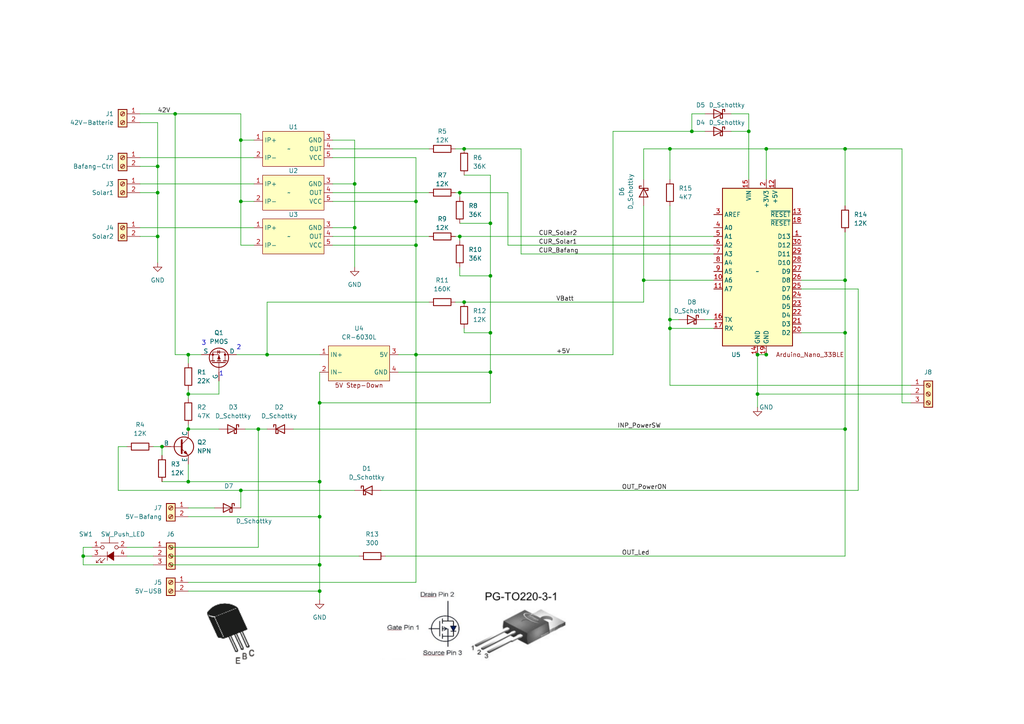
<source format=kicad_sch>
(kicad_sch (version 20230121) (generator eeschema)
  (paper "A4")
  (lib_symbols
    (symbol "Connector:Screw_Terminal_01x02" (pin_names (offset 1.016) hide)
      (property "Reference" "J" (at 0 2.54 0))
      (property "Value" "Screw_Terminal_01x02" (at 0 -5.08 0))
      (symbol "Screw_Terminal_01x02_1_1"
        (rectangle (start -1.27 1.27) (end 1.27 -3.81) (stroke (width 0.254)) (fill (type background)))
        (circle (center 0 -2.54) (radius 0.635) (stroke (width 0.1524)))
        (polyline (pts (xy -0.5334 -2.2098) (xy 0.3302 -3.048)) (stroke (width 0.1524)))
        (polyline (pts (xy -0.5334 0.3302) (xy 0.3302 -0.508)) (stroke (width 0.1524)))
        (polyline (pts (xy -0.3556 -2.032) (xy 0.508 -2.8702)) (stroke (width 0.1524)))
        (polyline (pts (xy -0.3556 0.508) (xy 0.508 -0.3302)) (stroke (width 0.1524)))
        (circle (center 0 0) (radius 0.635) (stroke (width 0.1524)))
        (pin passive line (at -5.08 0 0) (length 3.81) (name "Pin_1") (number "1"))
        (pin passive line (at -5.08 -2.54 0) (length 3.81) (name "Pin_2") (number "2"))
      )
    )
    (symbol "Connector:Screw_Terminal_01x03" (pin_names (offset 1.016) hide)
      (property "Reference" "J" (at 0 5.08 0))
      (property "Value" "Screw_Terminal_01x03" (at 0 -5.08 0))
      (symbol "Screw_Terminal_01x03_1_1"
        (rectangle (start -1.27 3.81) (end 1.27 -3.81) (stroke (width 0.254)) (fill (type background)))
        (circle (center 0 -2.54) (radius 0.635) (stroke (width 0.1524)))
        (polyline (pts (xy -0.5334 -2.2098) (xy 0.3302 -3.048)) (stroke (width 0.1524)))
        (polyline (pts (xy -0.5334 0.3302) (xy 0.3302 -0.508)) (stroke (width 0.1524)))
        (polyline (pts (xy -0.5334 2.8702) (xy 0.3302 2.032)) (stroke (width 0.1524)))
        (polyline (pts (xy -0.3556 -2.032) (xy 0.508 -2.8702)) (stroke (width 0.1524)))
        (polyline (pts (xy -0.3556 0.508) (xy 0.508 -0.3302)) (stroke (width 0.1524)))
        (polyline (pts (xy -0.3556 3.048) (xy 0.508 2.2098)) (stroke (width 0.1524)))
        (circle (center 0 0) (radius 0.635) (stroke (width 0.1524)))
        (circle (center 0 2.54) (radius 0.635) (stroke (width 0.1524)))
        (pin passive line (at -5.08 2.54 0) (length 3.81) (name "Pin_1") (number "1"))
        (pin passive line (at -5.08 0 0) (length 3.81) (name "Pin_2") (number "2"))
        (pin passive line (at -5.08 -2.54 0) (length 3.81) (name "Pin_3") (number "3"))
      )
    )
    (symbol "Device:D_Schottky" (pin_numbers hide) (pin_names (offset 1.016) hide)
      (property "Reference" "D" (at 0 2.54 0))
      (property "Value" "D_Schottky" (at 0 -2.54 0))
      (symbol "D_Schottky_0_1"
        (polyline (pts (xy 1.27 0) (xy -1.27 0)))
        (polyline (pts (xy 1.27 1.27) (xy 1.27 -1.27) (xy -1.27 0) (xy 1.27 1.27)) (stroke (width 0.254)))
        (polyline (pts (xy -1.905 0.635) (xy -1.905 1.27) (xy -1.27 1.27) (xy -1.27 -1.27) (xy -0.635 -1.27) (xy -0.635 -0.635)) (stroke (width 0.254)))
      )
      (symbol "D_Schottky_1_1"
        (pin passive line (at -3.81 0 0) (length 2.54) (name "K") (number "1"))
        (pin passive line (at 3.81 0 180) (length 2.54) (name "A") (number "2"))
      )
    )
    (symbol "Device:R" (pin_numbers hide) (pin_names (offset 0))
      (property "Reference" "R" (at 2.032 0 90))
      (property "Value" "R" (at 0 0 90))
      (symbol "R_0_1"
        (rectangle (start -1.016 -2.54) (end 1.016 2.54) (stroke (width 0.254)))
      )
      (symbol "R_1_1"
        (pin passive line (at 0 3.81 270) (length 1.27) (name "~") (number "1"))
        (pin passive line (at 0 -3.81 90) (length 1.27) (name "~") (number "2"))
      )
    )
    (symbol "Simulation_SPICE:NPN" (pin_numbers hide) (pin_names (offset 0))
      (property "Reference" "Q" (at -2.54 7.62 0))
      (property "Value" "NPN" (at -2.54 5.08 0))
      (symbol "NPN_0_1"
        (polyline (pts (xy -2.54 0) (xy 0.635 0)) (stroke (width 0.1524)))
        (polyline (pts (xy 0.635 0.635) (xy 2.54 2.54)))
        (polyline (pts (xy 2.794 -1.27) (xy 2.794 -1.27)) (stroke (width 0.1524)))
        (polyline (pts (xy 2.794 -1.27) (xy 2.794 -1.27)) (stroke (width 0.1524)))
        (polyline (pts (xy 0.635 -0.635) (xy 2.54 -2.54) (xy 2.54 -2.54)))
        (polyline (pts (xy 0.635 1.905) (xy 0.635 -1.905) (xy 0.635 -1.905)) (stroke (width 0.508)))
        (polyline (pts (xy 1.27 -1.778) (xy 1.778 -1.27) (xy 2.286 -2.286) (xy 1.27 -1.778) (xy 1.27 -1.778)) (fill (type outline)))
        (circle (center 1.27 0) (radius 2.8194) (stroke (width 0.254)))
      )
      (symbol "NPN_1_1"
        (pin open_collector line (at 2.54 5.08 270) (length 2.54) (name "C") (number "1"))
        (pin input line (at -5.08 0 0) (length 2.54) (name "B") (number "2"))
        (pin open_emitter line (at 2.54 -5.08 90) (length 2.54) (name "E") (number "3"))
      )
    )
    (symbol "Simulation_SPICE:PMOS" (pin_numbers hide) (pin_names (offset 0))
      (property "Reference" "Q" (at 5.08 1.27 0))
      (property "Value" "PMOS" (at 5.08 -1.27 0))
      (symbol "PMOS_0_1"
        (polyline (pts (xy 0.254 0) (xy -2.54 0)))
        (polyline (pts (xy 0.254 1.905) (xy 0.254 -1.905)) (stroke (width 0.254)))
        (polyline (pts (xy 0.762 -1.27) (xy 0.762 -2.286)) (stroke (width 0.254)))
        (polyline (pts (xy 0.762 0.508) (xy 0.762 -0.508)) (stroke (width 0.254)))
        (polyline (pts (xy 0.762 2.286) (xy 0.762 1.27)) (stroke (width 0.254)))
        (polyline (pts (xy 2.54 2.54) (xy 2.54 1.778)))
        (polyline (pts (xy 2.54 -2.54) (xy 2.54 0) (xy 0.762 0)))
        (polyline (pts (xy 0.762 1.778) (xy 3.302 1.778) (xy 3.302 -1.778) (xy 0.762 -1.778)))
        (polyline (pts (xy 2.286 0) (xy 1.27 0.381) (xy 1.27 -0.381) (xy 2.286 0)) (fill (type outline)))
        (polyline (pts (xy 2.794 -0.508) (xy 2.921 -0.381) (xy 3.683 -0.381) (xy 3.81 -0.254)))
        (polyline (pts (xy 3.302 -0.381) (xy 2.921 0.254) (xy 3.683 0.254) (xy 3.302 -0.381)))
        (circle (center 1.651 0) (radius 2.794) (stroke (width 0.254)))
        (circle (center 2.54 -1.778) (radius 0.254) (fill (type outline)))
        (circle (center 2.54 1.778) (radius 0.254) (fill (type outline)))
      )
      (symbol "PMOS_1_1"
        (pin passive line (at 2.54 5.08 270) (length 2.54) (name "D") (number "1"))
        (pin input line (at -5.08 0 0) (length 2.54) (name "G") (number "2"))
        (pin passive line (at 2.54 -5.08 90) (length 2.54) (name "S") (number "3"))
      )
    )
    (symbol "Switch:SW_Push_LED" (pin_names (offset 1.016) hide)
      (property "Reference" "SW" (at 0.635 5.715 0))
      (property "Value" "SW_Push_LED" (at 0 -3.175 0))
      (symbol "SW_Push_LED_0_0"
        (polyline (pts (xy -3.81 -1.905) (xy -2.54 -0.635)))
        (polyline (pts (xy -2.54 -1.905) (xy -1.27 -0.635)))
        (polyline (pts (xy -2.54 0) (xy 2.54 0)))
        (polyline (pts (xy -0.635 1.27) (xy -0.635 -1.27)))
        (polyline (pts (xy -3.81 -1.27) (xy -3.81 -1.905) (xy -3.175 -1.905)))
        (polyline (pts (xy -2.54 -1.27) (xy -2.54 -1.905) (xy -1.905 -1.905)))
        (polyline (pts (xy -0.635 0) (xy 1.27 1.27) (xy 1.27 -1.27) (xy -0.635 0)) (fill (type outline)))
      )
      (symbol "SW_Push_LED_0_1"
        (circle (center -2.032 2.54) (radius 0.508))
        (polyline (pts (xy 0 3.81) (xy 0 5.588)))
        (polyline (pts (xy 2.54 3.81) (xy -2.54 3.81)))
        (circle (center 2.032 2.54) (radius 0.508))
        (pin passive line (at -5.08 2.54 0) (length 2.54) (name "1") (number "1"))
        (pin passive line (at 5.08 2.54 180) (length 2.54) (name "2") (number "2"))
        (pin passive line (at -5.08 0 0) (length 2.54) (name "K") (number "3"))
        (pin passive line (at 5.08 0 180) (length 2.54) (name "A") (number "4"))
      )
    )
    (symbol "pm_lib:ACS_modul"
      (property "Reference" "U" (at 0 0 0))
      (symbol "ACS_modul_1_1"
        (rectangle (start -7.62 5.08) (end 10.16 -5.08) (fill (type background)))
        (pin bidirectional line (at -10.16 2.54 0) (length 2.54) (name "IP+") (number "1"))
        (pin bidirectional line (at -10.16 -2.54 0) (length 2.54) (name "IP-") (number "2"))
        (pin power_in line (at 12.7 2.54 180) (length 2.54) (name "GND") (number "3"))
        (pin output line (at 12.7 0 180) (length 2.54) (name "OUT") (number "4"))
        (pin power_in line (at 12.7 -2.54 180) (length 2.54) (name "VCC") (number "5"))
      )
    )
    (symbol "pm_lib:ArduinoNano33BLE"
      (property "Reference" "U" (at 0 -1.27 0))
      (symbol "ArduinoNano33BLE_0_1"
        (rectangle (start -10.16 22.86) (end 10.16 -22.86) (stroke (width 0.254)) (fill (type background)))
      )
      (symbol "ArduinoNano33BLE_1_1"
        (text "Arduino_Nano_33BLE" (at 15.24 -25.4 0) (effects (font (size 1.27 1.27))))
        (pin bidirectional line (at 12.7 8.89 180) (length 2.54) (name "D13") (number "1"))
        (pin input line (at -12.7 -3.81 0) (length 2.54) (name "A6") (number "10"))
        (pin input line (at -12.7 -6.35 0) (length 2.54) (name "A7") (number "11"))
        (pin power_in line (at 5.08 25.4 270) (length 2.54) (name "+5V") (number "12"))
        (pin input line (at 12.7 15.24 180) (length 2.54) (name "~{RESET}") (number "13"))
        (pin power_in line (at 0 -25.4 90) (length 2.54) (name "GND") (number "14"))
        (pin power_in line (at -2.54 25.4 270) (length 2.54) (name "VIN") (number "15"))
        (pin output line (at -12.7 -15.24 0) (length 2.54) (name "TX") (number "16"))
        (pin input line (at -12.7 -17.78 0) (length 2.54) (name "RX") (number "17"))
        (pin input line (at 12.7 12.7 180) (length 2.54) (name "~{RESET}") (number "18"))
        (pin power_in line (at 2.54 -25.4 90) (length 2.54) (name "GND") (number "19"))
        (pin power_out line (at 2.54 25.4 270) (length 2.54) (name "+3V3") (number "2"))
        (pin bidirectional line (at 12.7 -19.05 180) (length 2.54) (name "D2") (number "20"))
        (pin bidirectional line (at 12.7 -16.51 180) (length 2.54) (name "D3") (number "21"))
        (pin bidirectional line (at 12.7 -13.97 180) (length 2.54) (name "D4") (number "22"))
        (pin bidirectional line (at 12.7 -11.43 180) (length 2.54) (name "D5") (number "23"))
        (pin bidirectional line (at 12.7 -8.89 180) (length 2.54) (name "D6") (number "24"))
        (pin bidirectional line (at 12.7 -6.35 180) (length 2.54) (name "D7") (number "25"))
        (pin bidirectional line (at 12.7 -3.81 180) (length 2.54) (name "D8") (number "26"))
        (pin bidirectional line (at 12.7 -1.27 180) (length 2.54) (name "D9") (number "27"))
        (pin bidirectional line (at 12.7 1.27 180) (length 2.54) (name "D10") (number "28"))
        (pin bidirectional line (at 12.7 3.81 180) (length 2.54) (name "D11") (number "29"))
        (pin output line (at -12.7 15.24 0) (length 2.54) (name "AREF") (number "3"))
        (pin bidirectional line (at 12.7 6.35 180) (length 2.54) (name "D12") (number "30"))
        (pin input line (at -12.7 11.43 0) (length 2.54) (name "A0") (number "4"))
        (pin input line (at -12.7 8.89 0) (length 2.54) (name "A1") (number "5"))
        (pin input line (at -12.7 6.35 0) (length 2.54) (name "A2") (number "6"))
        (pin input line (at -12.7 3.81 0) (length 2.54) (name "A3") (number "7"))
        (pin input line (at -12.7 1.27 0) (length 2.54) (name "A4") (number "8"))
        (pin input line (at -12.7 -1.27 0) (length 2.54) (name "A5") (number "9"))
      )
    )
    (symbol "pm_lib:CR-6030L"
      (property "Reference" "U" (at 0 0 0))
      (property "Value" "CR-6030L" (at 1.27 6.35 0))
      (symbol "CR-6030L_1_1"
        (rectangle (start -7.62 5.08) (end 10.16 -5.08) (fill (type background)))
        (text "5V Step-Down" (at 1.27 -6.35 0) (effects (font (size 1.27 1.27))))
        (pin power_in line (at -10.16 2.54 0) (length 2.54) (name "IN+") (number "1"))
        (pin power_in line (at -10.16 -2.54 0) (length 2.54) (name "IN-") (number "2"))
        (pin power_in line (at 12.7 2.54 180) (length 2.54) (name "5V") (number "3"))
        (pin power_in line (at 12.7 -2.54 180) (length 2.54) (name "GND") (number "4"))
      )
    )
    (symbol "power:GND" (power) (pin_names (offset 0))
      (property "Value" "GND" (at 0 -3.81 0))
      (symbol "GND_0_1"
        (polyline (pts (xy 0 0) (xy 0 -1.27) (xy 1.27 -1.27) (xy 0 -2.54) (xy -1.27 -1.27) (xy 0 -1.27)))
      )
      (symbol "GND_1_1"
        (pin power_in line (at 0 0 270) (length 0) hide (name "GND") (number "1"))
      )
    )
  )
  (junction (at 134.62 87.63))
  (junction (at 92.71 163.83))
  (junction (at 77.47 102.87))
  (junction (at 54.61 139.7))
  (junction (at 245.11 43.18))
  (junction (at 92.71 171.45))
  (junction (at 194.31 92.71))
  (junction (at 134.62 43.18))
  (junction (at 69.85 58.42))
  (junction (at 245.11 124.46))
  (junction (at 45.72 55.88))
  (junction (at 222.25 102.87))
  (junction (at 194.31 43.18))
  (junction (at 142.24 107.95))
  (junction (at 222.25 43.18))
  (junction (at 219.71 102.87))
  (junction (at 102.87 66.04))
  (junction (at 46.99 129.54))
  (junction (at 54.61 124.46))
  (junction (at 50.8 33.02))
  (junction (at 92.71 139.7))
  (junction (at 45.72 48.26))
  (junction (at 133.35 68.58))
  (junction (at 74.93 124.46))
  (junction (at 245.11 81.28))
  (junction (at 24.13 161.29))
  (junction (at 92.71 116.84))
  (junction (at 133.35 55.88))
  (junction (at 92.71 149.86))
  (junction (at 102.87 53.34))
  (junction (at 245.11 96.52))
  (junction (at 142.24 64.77))
  (junction (at 120.65 71.12))
  (junction (at 54.61 114.3))
  (junction (at 69.85 40.64))
  (junction (at 45.72 68.58))
  (junction (at 219.71 114.3))
  (junction (at 186.69 81.28))
  (junction (at 142.24 96.52))
  (junction (at 142.24 80.01))
  (junction (at 120.65 58.42))
  (junction (at 120.65 102.87))
  (junction (at 200.66 38.1))
  (junction (at 194.31 95.25))
  (junction (at 54.61 102.87))
  (junction (at 217.17 38.1))
  (junction (at 69.85 142.24))
  (wire (pts (xy 147.32 55.88) (xy 147.32 71.12)))
  (wire (pts (xy 186.69 87.63) (xy 186.69 81.28)))
  (wire (pts (xy 232.41 81.28) (xy 245.11 81.28)))
  (wire (pts (xy 200.66 33.02) (xy 200.66 38.1)))
  (wire (pts (xy 142.24 107.95) (xy 142.24 116.84)))
  (wire (pts (xy 24.13 161.29) (xy 26.67 161.29)))
  (wire (pts (xy 49.53 163.83) (xy 92.71 163.83)))
  (wire (pts (xy 74.93 158.75) (xy 74.93 124.46)))
  (wire (pts (xy 245.11 67.31) (xy 245.11 81.28)))
  (wire (pts (xy 245.11 59.69) (xy 245.11 43.18)))
  (wire (pts (xy 110.49 142.24) (xy 248.92 142.24)))
  (wire (pts (xy 40.64 53.34) (xy 73.66 53.34)))
  (wire (pts (xy 54.61 168.91) (xy 120.65 168.91)))
  (wire (pts (xy 96.52 68.58) (xy 124.46 68.58)))
  (wire (pts (xy 24.13 161.29) (xy 24.13 163.83)))
  (wire (pts (xy 44.45 129.54) (xy 46.99 129.54)))
  (wire (pts (xy 45.72 55.88) (xy 45.72 68.58)))
  (wire (pts (xy 245.11 43.18) (xy 261.62 43.18)))
  (wire (pts (xy 54.61 134.62) (xy 54.61 139.7)))
  (wire (pts (xy 69.85 40.64) (xy 69.85 58.42)))
  (wire (pts (xy 245.11 96.52) (xy 245.11 124.46)))
  (wire (pts (xy 96.52 55.88) (xy 124.46 55.88)))
  (wire (pts (xy 69.85 58.42) (xy 69.85 71.12)))
  (wire (pts (xy 134.62 43.18) (xy 151.13 43.18)))
  (wire (pts (xy 120.65 45.72) (xy 120.65 58.42)))
  (wire (pts (xy 124.46 87.63) (xy 77.47 87.63)))
  (wire (pts (xy 194.31 43.18) (xy 222.25 43.18)))
  (wire (pts (xy 142.24 64.77) (xy 133.35 64.77)))
  (wire (pts (xy 36.83 129.54) (xy 34.29 129.54)))
  (wire (pts (xy 132.08 87.63) (xy 134.62 87.63)))
  (wire (pts (xy 217.17 38.1) (xy 217.17 52.07)))
  (wire (pts (xy 194.31 95.25) (xy 194.31 111.76)))
  (wire (pts (xy 194.31 59.69) (xy 194.31 92.71)))
  (wire (pts (xy 77.47 87.63) (xy 77.47 102.87)))
  (wire (pts (xy 34.29 142.24) (xy 69.85 142.24)))
  (wire (pts (xy 151.13 43.18) (xy 151.13 73.66)))
  (wire (pts (xy 222.25 43.18) (xy 245.11 43.18)))
  (wire (pts (xy 133.35 68.58) (xy 133.35 69.85)))
  (wire (pts (xy 92.71 139.7) (xy 92.71 149.86)))
  (wire (pts (xy 40.64 68.58) (xy 45.72 68.58)))
  (wire (pts (xy 248.92 142.24) (xy 248.92 83.82)))
  (wire (pts (xy 54.61 139.7) (xy 92.71 139.7)))
  (wire (pts (xy 264.16 111.76) (xy 194.31 111.76)))
  (wire (pts (xy 232.41 96.52) (xy 245.11 96.52)))
  (wire (pts (xy 102.87 66.04) (xy 102.87 53.34)))
  (wire (pts (xy 177.8 38.1) (xy 177.8 102.87)))
  (wire (pts (xy 54.61 114.3) (xy 54.61 115.57)))
  (wire (pts (xy 115.57 102.87) (xy 120.65 102.87)))
  (wire (pts (xy 186.69 59.69) (xy 186.69 81.28)))
  (wire (pts (xy 120.65 71.12) (xy 120.65 102.87)))
  (wire (pts (xy 204.47 33.02) (xy 200.66 33.02)))
  (wire (pts (xy 232.41 83.82) (xy 248.92 83.82)))
  (wire (pts (xy 222.25 43.18) (xy 222.25 52.07)))
  (wire (pts (xy 40.64 33.02) (xy 50.8 33.02)))
  (wire (pts (xy 102.87 53.34) (xy 102.87 40.64)))
  (wire (pts (xy 69.85 33.02) (xy 69.85 40.64)))
  (wire (pts (xy 133.35 55.88) (xy 133.35 57.15)))
  (wire (pts (xy 96.52 66.04) (xy 102.87 66.04)))
  (wire (pts (xy 63.5 114.3) (xy 54.61 114.3)))
  (wire (pts (xy 45.72 48.26) (xy 45.72 55.88)))
  (wire (pts (xy 186.69 43.18) (xy 194.31 43.18)))
  (wire (pts (xy 92.71 149.86) (xy 92.71 163.83)))
  (wire (pts (xy 120.65 58.42) (xy 120.65 71.12)))
  (wire (pts (xy 54.61 124.46) (xy 63.5 124.46)))
  (wire (pts (xy 186.69 52.07) (xy 186.69 43.18)))
  (wire (pts (xy 40.64 45.72) (xy 73.66 45.72)))
  (wire (pts (xy 92.71 107.95) (xy 92.71 116.84)))
  (wire (pts (xy 102.87 77.47) (xy 102.87 66.04)))
  (wire (pts (xy 222.25 102.87) (xy 219.71 102.87)))
  (wire (pts (xy 142.24 64.77) (xy 142.24 80.01)))
  (wire (pts (xy 63.5 110.49) (xy 63.5 114.3)))
  (wire (pts (xy 50.8 33.02) (xy 69.85 33.02)))
  (wire (pts (xy 71.12 124.46) (xy 74.93 124.46)))
  (wire (pts (xy 45.72 35.56) (xy 45.72 48.26)))
  (wire (pts (xy 261.62 116.84) (xy 261.62 43.18)))
  (wire (pts (xy 142.24 80.01) (xy 142.24 96.52)))
  (wire (pts (xy 200.66 38.1) (xy 204.47 38.1)))
  (wire (pts (xy 96.52 71.12) (xy 120.65 71.12)))
  (wire (pts (xy 54.61 123.19) (xy 54.61 124.46)))
  (wire (pts (xy 40.64 35.56) (xy 45.72 35.56)))
  (wire (pts (xy 142.24 116.84) (xy 92.71 116.84)))
  (wire (pts (xy 77.47 102.87) (xy 92.71 102.87)))
  (wire (pts (xy 194.31 92.71) (xy 196.85 92.71)))
  (wire (pts (xy 245.11 124.46) (xy 85.09 124.46)))
  (wire (pts (xy 134.62 87.63) (xy 186.69 87.63)))
  (wire (pts (xy 49.53 161.29) (xy 104.14 161.29)))
  (wire (pts (xy 194.31 92.71) (xy 194.31 95.25)))
  (wire (pts (xy 54.61 113.03) (xy 54.61 114.3)))
  (wire (pts (xy 142.24 50.8) (xy 142.24 64.77)))
  (wire (pts (xy 142.24 50.8) (xy 134.62 50.8)))
  (wire (pts (xy 68.58 102.87) (xy 77.47 102.87)))
  (wire (pts (xy 133.35 55.88) (xy 147.32 55.88)))
  (wire (pts (xy 54.61 102.87) (xy 58.42 102.87)))
  (wire (pts (xy 219.71 102.87) (xy 219.71 114.3)))
  (wire (pts (xy 69.85 58.42) (xy 73.66 58.42)))
  (wire (pts (xy 207.01 95.25) (xy 194.31 95.25)))
  (wire (pts (xy 92.71 171.45) (xy 92.71 173.99)))
  (wire (pts (xy 186.69 81.28) (xy 207.01 81.28)))
  (wire (pts (xy 147.32 71.12) (xy 207.01 71.12)))
  (wire (pts (xy 96.52 58.42) (xy 120.65 58.42)))
  (wire (pts (xy 264.16 116.84) (xy 261.62 116.84)))
  (wire (pts (xy 245.11 161.29) (xy 245.11 124.46)))
  (wire (pts (xy 54.61 171.45) (xy 92.71 171.45)))
  (wire (pts (xy 132.08 68.58) (xy 133.35 68.58)))
  (wire (pts (xy 69.85 142.24) (xy 102.87 142.24)))
  (wire (pts (xy 50.8 102.87) (xy 54.61 102.87)))
  (wire (pts (xy 62.23 147.32) (xy 54.61 147.32)))
  (wire (pts (xy 151.13 73.66) (xy 207.01 73.66)))
  (wire (pts (xy 120.65 168.91) (xy 120.65 102.87)))
  (wire (pts (xy 142.24 96.52) (xy 142.24 107.95)))
  (wire (pts (xy 54.61 102.87) (xy 54.61 105.41)))
  (wire (pts (xy 245.11 81.28) (xy 245.11 96.52)))
  (wire (pts (xy 142.24 80.01) (xy 133.35 80.01)))
  (wire (pts (xy 50.8 33.02) (xy 50.8 102.87)))
  (wire (pts (xy 24.13 163.83) (xy 44.45 163.83)))
  (wire (pts (xy 102.87 40.64) (xy 96.52 40.64)))
  (wire (pts (xy 34.29 129.54) (xy 34.29 142.24)))
  (wire (pts (xy 46.99 129.54) (xy 46.99 132.08)))
  (wire (pts (xy 26.67 158.75) (xy 24.13 158.75)))
  (wire (pts (xy 132.08 43.18) (xy 134.62 43.18)))
  (wire (pts (xy 40.64 66.04) (xy 73.66 66.04)))
  (wire (pts (xy 133.35 68.58) (xy 207.01 68.58)))
  (wire (pts (xy 134.62 95.25) (xy 134.62 96.52)))
  (wire (pts (xy 74.93 124.46) (xy 77.47 124.46)))
  (wire (pts (xy 194.31 43.18) (xy 194.31 52.07)))
  (wire (pts (xy 69.85 40.64) (xy 73.66 40.64)))
  (wire (pts (xy 219.71 114.3) (xy 264.16 114.3)))
  (wire (pts (xy 24.13 158.75) (xy 24.13 161.29)))
  (wire (pts (xy 96.52 45.72) (xy 120.65 45.72)))
  (wire (pts (xy 217.17 33.02) (xy 217.17 38.1)))
  (wire (pts (xy 222.25 102.87) (xy 222.25 101.6)))
  (wire (pts (xy 96.52 43.18) (xy 124.46 43.18)))
  (wire (pts (xy 36.83 158.75) (xy 44.45 158.75)))
  (wire (pts (xy 207.01 92.71) (xy 204.47 92.71)))
  (wire (pts (xy 177.8 38.1) (xy 200.66 38.1)))
  (wire (pts (xy 212.09 33.02) (xy 217.17 33.02)))
  (wire (pts (xy 219.71 114.3) (xy 219.71 118.11)))
  (wire (pts (xy 115.57 107.95) (xy 142.24 107.95)))
  (wire (pts (xy 133.35 77.47) (xy 133.35 80.01)))
  (wire (pts (xy 120.65 102.87) (xy 177.8 102.87)))
  (wire (pts (xy 40.64 55.88) (xy 45.72 55.88)))
  (wire (pts (xy 92.71 163.83) (xy 92.71 171.45)))
  (wire (pts (xy 92.71 116.84) (xy 92.71 139.7)))
  (wire (pts (xy 132.08 55.88) (xy 133.35 55.88)))
  (wire (pts (xy 54.61 149.86) (xy 92.71 149.86)))
  (wire (pts (xy 46.99 139.7) (xy 54.61 139.7)))
  (wire (pts (xy 96.52 53.34) (xy 102.87 53.34)))
  (wire (pts (xy 69.85 71.12) (xy 73.66 71.12)))
  (wire (pts (xy 49.53 158.75) (xy 74.93 158.75)))
  (wire (pts (xy 40.64 48.26) (xy 45.72 48.26)))
  (wire (pts (xy 36.83 161.29) (xy 44.45 161.29)))
  (wire (pts (xy 134.62 96.52) (xy 142.24 96.52)))
  (wire (pts (xy 45.72 68.58) (xy 45.72 76.2)))
  (wire (pts (xy 212.09 38.1) (xy 217.17 38.1)))
  (wire (pts (xy 69.85 142.24) (xy 69.85 147.32)))
  (wire (pts (xy 111.76 161.29) (xy 245.11 161.29)))
  (image (at 67.31 184.15) (scale 2.54228))
  (image (at 138.43 181.61) (scale 1.8915))
  (text "2" (at 68.58 101.6 0) (effects (font (size 1.27 1.27)) (justify left bottom)))
  (text "1" (at 63.5 109.22 0) (effects (font (size 1.27 1.27)) (justify left bottom)))
  (text "3" (at 58.42 100.33 0) (effects (font (size 1.27 1.27)) (justify left bottom)))
  (label "CUR_Solar1" (at 156.21 71.12 0))
  (label "VBatt" (at 161.29 87.63 0))
  (label "CUR_Solar2" (at 156.21 68.58 0))
  (label "OUT_PowerON" (at 180.34 142.24 0))
  (label "+5V" (at 161.29 102.87 0))
  (label "42V" (at 45.72 33.02 0))
  (label "OUT_Led" (at 180.34 161.29 0))
  (label "CUR_Bafang" (at 156.21 73.66 0))
  (label "INP_PowerSW" (at 179.07 124.46 0))
  (symbol (lib_id "Device:R") (at 107.95 161.29 90) (unit 1)
    (property "Reference" "R13" (at 107.95 154.94 90))
    (property "Value" "300" (at 107.95 157.48 90))
  )
  (symbol (lib_id "Connector:Screw_Terminal_01x02") (at 49.53 168.91 0) (mirror y) (unit 1)
    (property "Reference" "J5" (at 46.99 168.91 0) (effects (justify left)))
    (property "Value" "5V-USB" (at 46.99 171.45 0) (effects (justify left)))
  )
  (symbol (lib_id "power:GND") (at 219.71 118.11 0) (unit 1)
    (property "Reference" "#PWR04" (effects hide))
    (property "Value" "GND" (at 222.25 118.11 0))
  )
  (symbol (lib_id "pm_lib:ACS_modul") (at 83.82 55.88 0) (unit 1)
    (property "Reference" "U2" (at 85.09 49.53 0))
    (property "Value" "~" (at 83.82 55.88 0))
  )
  (symbol (lib_id "Device:R") (at 128.27 87.63 90) (unit 1)
    (property "Reference" "R11" (at 128.27 81.28 90))
    (property "Value" "160K" (at 128.27 83.82 90))
  )
  (symbol (lib_id "Device:D_Schottky") (at 208.28 38.1 0) (mirror y) (unit 1)
    (property "Reference" "D4" (at 203.2 35.56 0))
    (property "Value" "D_Schottky" (at 210.82 35.56 0))
  )
  (symbol (lib_id "Device:R") (at 46.99 135.89 0) (unit 1)
    (property "Reference" "R3" (at 49.53 134.62 0) (effects (justify left)))
    (property "Value" "12K" (at 49.53 137.16 0) (effects (justify left)))
  )
  (symbol (lib_id "Device:R") (at 54.61 109.22 0) (unit 1)
    (property "Reference" "R1" (at 57.15 107.95 0) (effects (justify left)))
    (property "Value" "22K" (at 57.15 110.49 0) (effects (justify left)))
  )
  (symbol (lib_id "Device:D_Schottky") (at 208.28 33.02 0) (mirror y) (unit 1)
    (property "Reference" "D5" (at 203.2 30.48 0))
    (property "Value" "D_Schottky" (at 210.82 30.48 0))
  )
  (symbol (lib_id "Switch:SW_Push_LED") (at 31.75 161.29 0) (unit 1)
    (property "Reference" "SW1" (at 22.86 154.94 0) (effects (justify left)))
    (property "Value" "SW_Push_LED" (at 29.21 154.94 0) (effects (justify left)))
  )
  (symbol (lib_id "Device:D_Schottky") (at 66.04 147.32 0) (mirror y) (unit 1)
    (property "Reference" "D7" (at 66.3575 140.97 0))
    (property "Value" "D_Schottky" (at 73.66 151.13 0))
  )
  (symbol (lib_id "pm_lib:ACS_modul") (at 83.82 68.58 0) (unit 1)
    (property "Reference" "U3" (at 85.09 62.23 0))
    (property "Value" "~" (at 83.82 68.58 0))
  )
  (symbol (lib_id "Device:R") (at 40.64 129.54 90) (unit 1)
    (property "Reference" "R4" (at 40.64 123.19 90))
    (property "Value" "12K" (at 40.64 125.73 90))
  )
  (symbol (lib_id "Device:R") (at 54.61 119.38 0) (unit 1)
    (property "Reference" "R2" (at 57.15 118.11 0) (effects (justify left)))
    (property "Value" "47K" (at 57.15 120.65 0) (effects (justify left)))
  )
  (symbol (lib_id "power:GND") (at 92.71 173.99 0) (unit 1)
    (property "Reference" "#PWR02" (effects hide))
    (property "Value" "GND" (at 92.71 179.07 0))
  )
  (symbol (lib_id "Simulation_SPICE:NPN") (at 52.07 129.54 0) (unit 1)
    (property "Reference" "Q2" (at 57.15 128.27 0) (effects (justify left)))
    (property "Value" "NPN" (at 57.15 130.81 0) (effects (justify left)))
    (property "Sim.Device" "NPN" (effects hide))
    (property "Sim.Type" "GUMMELPOON" (effects hide))
    (property "Sim.Pins" "1=C 2=B 3=E" (effects hide))
  )
  (symbol (lib_id "Device:R") (at 245.11 63.5 0) (unit 1)
    (property "Reference" "R14" (at 247.65 62.23 0) (effects (justify left)))
    (property "Value" "12K" (at 247.65 64.77 0) (effects (justify left)))
  )
  (symbol (lib_id "Connector:Screw_Terminal_01x02") (at 35.56 33.02 0) (mirror y) (unit 1)
    (property "Reference" "J1" (at 33.02 33.02 0) (effects (justify left)))
    (property "Value" "42V-Batterie" (at 33.02 35.56 0) (effects (justify left)))
  )
  (symbol (lib_id "pm_lib:ACS_modul") (at 83.82 43.18 0) (unit 1)
    (property "Reference" "U1" (at 85.09 36.83 0))
    (property "Value" "~" (at 83.82 43.18 0))
  )
  (symbol (lib_id "Device:D_Schottky") (at 200.66 92.71 0) (mirror y) (unit 1)
    (property "Reference" "D8" (at 200.66 87.63 0))
    (property "Value" "D_Schottky" (at 200.66 90.17 0))
  )
  (symbol (lib_id "Device:D_Schottky") (at 186.69 55.88 90) (mirror x) (unit 1)
    (property "Reference" "D6" (at 180.34 55.5625 0))
    (property "Value" "D_Schottky" (at 182.88 55.5625 0))
  )
  (symbol (lib_id "Device:R") (at 128.27 55.88 90) (unit 1)
    (property "Reference" "R7" (at 128.27 50.8 90))
    (property "Value" "12K" (at 128.27 53.34 90))
  )
  (symbol (lib_id "Simulation_SPICE:PMOS") (at 63.5 105.41 270) (mirror x) (unit 1)
    (property "Reference" "Q1" (at 63.5 96.52 90))
    (property "Value" "PMOS" (at 63.5 99.06 90))
    (property "Datasheet" "https://ngspice.sourceforge.io/docs/ngspice-manual.pdf" (effects hide))
    (property "Sim.Device" "PMOS" (effects hide))
    (property "Sim.Type" "VDMOS" (effects hide))
    (property "Sim.Pins" "1=D 2=G 3=S" (effects hide))
  )
  (symbol (lib_id "Device:D_Schottky") (at 67.31 124.46 0) (mirror y) (unit 1)
    (property "Reference" "D3" (at 67.6275 118.11 0))
    (property "Value" "D_Schottky" (at 67.6275 120.65 0))
  )
  (symbol (lib_id "Connector:Screw_Terminal_01x02") (at 49.53 147.32 0) (mirror y) (unit 1)
    (property "Reference" "J7" (at 46.99 147.32 0) (effects (justify left)))
    (property "Value" "5V-Bafang" (at 46.99 149.86 0) (effects (justify left)))
  )
  (symbol (lib_id "Connector:Screw_Terminal_01x03") (at 49.53 161.29 0) (unit 1)
    (property "Reference" "J6" (at 48.26 154.94 0) (effects (justify left)))
    (property "Value" "Screw_Terminal_01x03" (effects hide))
  )
  (symbol (lib_id "Device:R") (at 133.35 73.66 0) (unit 1)
    (property "Reference" "R10" (at 135.89 72.39 0) (effects (justify left)))
    (property "Value" "36K" (at 135.89 74.93 0) (effects (justify left)))
  )
  (symbol (lib_id "power:GND") (at 45.72 76.2 0) (unit 1)
    (property "Reference" "#PWR01" (effects hide))
    (property "Value" "GND" (at 45.72 81.28 0))
  )
  (symbol (lib_id "Device:R") (at 134.62 91.44 0) (unit 1)
    (property "Reference" "R12" (at 137.16 90.17 0) (effects (justify left)))
    (property "Value" "12K" (at 137.16 92.71 0) (effects (justify left)))
  )
  (symbol (lib_id "Device:D_Schottky") (at 81.28 124.46 0) (unit 1)
    (property "Reference" "D2" (at 80.9625 118.11 0))
    (property "Value" "D_Schottky" (at 80.9625 120.65 0))
  )
  (symbol (lib_id "power:GND") (at 102.87 77.47 0) (unit 1)
    (property "Reference" "#PWR03" (effects hide))
    (property "Value" "GND" (at 102.87 82.55 0))
  )
  (symbol (lib_id "Device:R") (at 128.27 68.58 90) (unit 1)
    (property "Reference" "R9" (at 128.27 63.5 90))
    (property "Value" "12K" (at 128.27 66.04 90))
  )
  (symbol (lib_id "Device:R") (at 194.31 55.88 0) (unit 1)
    (property "Reference" "R15" (at 196.85 54.61 0) (effects (justify left)))
    (property "Value" "4K7" (at 196.85 57.15 0) (effects (justify left)))
  )
  (symbol (lib_id "Connector:Screw_Terminal_01x02") (at 35.56 66.04 0) (mirror y) (unit 1)
    (property "Reference" "J4" (at 33.02 66.04 0) (effects (justify left)))
    (property "Value" "Solar2" (at 33.02 68.58 0) (effects (justify left)))
  )
  (symbol (lib_id "Device:D_Schottky") (at 106.68 142.24 0) (unit 1)
    (property "Reference" "D1" (at 106.3625 135.89 0))
    (property "Value" "D_Schottky" (at 106.3625 138.43 0))
  )
  (symbol (lib_id "Connector:Screw_Terminal_01x03") (at 269.24 114.3 0) (unit 1)
    (property "Reference" "J8" (at 267.97 107.95 0) (effects (justify left)))
    (property "Value" "Screw_Terminal_01x03" (effects hide))
  )
  (symbol (lib_id "Device:R") (at 133.35 60.96 0) (unit 1)
    (property "Reference" "R8" (at 135.89 59.69 0) (effects (justify left)))
    (property "Value" "36K" (at 135.89 62.23 0) (effects (justify left)))
  )
  (symbol (lib_id "pm_lib:ArduinoNano33BLE") (at 219.71 77.47 0) (unit 1)
    (property "Reference" "U5" (at 212.09 102.87 0) (effects (justify left)))
    (property "Value" "~" (at 219.71 78.74 0))
  )
  (symbol (lib_id "Device:R") (at 134.62 46.99 0) (unit 1)
    (property "Reference" "R6" (at 137.16 45.72 0) (effects (justify left)))
    (property "Value" "36K" (at 137.16 48.26 0) (effects (justify left)))
  )
  (symbol (lib_id "Connector:Screw_Terminal_01x02") (at 35.56 53.34 0) (mirror y) (unit 1)
    (property "Reference" "J3" (at 33.02 53.34 0) (effects (justify left)))
    (property "Value" "Solar1" (at 33.02 55.88 0) (effects (justify left)))
  )
  (symbol (lib_id "Device:R") (at 128.27 43.18 90) (unit 1)
    (property "Reference" "R5" (at 128.27 38.1 90))
    (property "Value" "12K" (at 128.27 40.64 90))
  )
  (symbol (lib_id "Connector:Screw_Terminal_01x02") (at 35.56 45.72 0) (mirror y) (unit 1)
    (property "Reference" "J2" (at 33.02 45.72 0) (effects (justify left)))
    (property "Value" "Bafang-Ctrl" (at 33.02 48.26 0) (effects (justify left)))
  )
  (symbol (lib_id "pm_lib:CR-6030L") (at 102.87 105.41 0) (unit 1)
    (property "Reference" "U4" (at 104.14 95.25 0))
    (property "Value" "CR-6030L" (at 104.14 97.79 0))
  )
)
</source>
